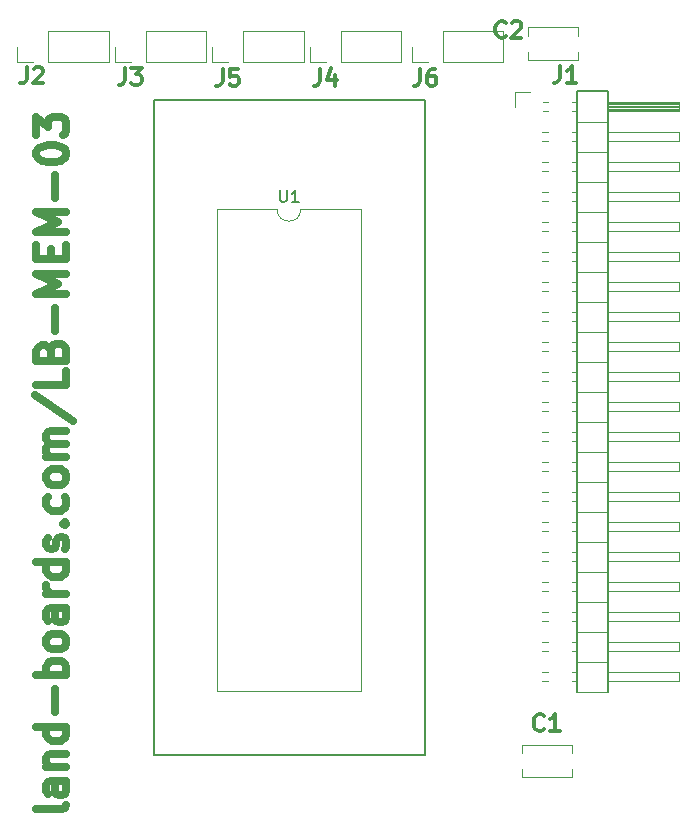
<source format=gto>
G04 #@! TF.GenerationSoftware,KiCad,Pcbnew,(7.0.0)*
G04 #@! TF.CreationDate,2024-08-20T14:45:54-04:00*
G04 #@! TF.ProjectId,LB-MEM-03,4c422d4d-454d-42d3-9033-2e6b69636164,1*
G04 #@! TF.SameCoordinates,Original*
G04 #@! TF.FileFunction,Legend,Top*
G04 #@! TF.FilePolarity,Positive*
%FSLAX46Y46*%
G04 Gerber Fmt 4.6, Leading zero omitted, Abs format (unit mm)*
G04 Created by KiCad (PCBNEW (7.0.0)) date 2024-08-20 14:45:54*
%MOMM*%
%LPD*%
G01*
G04 APERTURE LIST*
%ADD10C,0.635000*%
%ADD11C,0.349250*%
%ADD12C,0.150000*%
%ADD13C,0.120000*%
G04 APERTURE END LIST*
D10*
X138093147Y-113743617D02*
X137972195Y-113985522D01*
X137972195Y-113985522D02*
X137730290Y-114106475D01*
X137730290Y-114106475D02*
X135553147Y-114106475D01*
X138093147Y-111687427D02*
X136762671Y-111687427D01*
X136762671Y-111687427D02*
X136520766Y-111808380D01*
X136520766Y-111808380D02*
X136399814Y-112050284D01*
X136399814Y-112050284D02*
X136399814Y-112534094D01*
X136399814Y-112534094D02*
X136520766Y-112775999D01*
X137972195Y-111687427D02*
X138093147Y-111929332D01*
X138093147Y-111929332D02*
X138093147Y-112534094D01*
X138093147Y-112534094D02*
X137972195Y-112775999D01*
X137972195Y-112775999D02*
X137730290Y-112896951D01*
X137730290Y-112896951D02*
X137488385Y-112896951D01*
X137488385Y-112896951D02*
X137246480Y-112775999D01*
X137246480Y-112775999D02*
X137125528Y-112534094D01*
X137125528Y-112534094D02*
X137125528Y-111929332D01*
X137125528Y-111929332D02*
X137004576Y-111687427D01*
X136399814Y-110477904D02*
X138093147Y-110477904D01*
X136641719Y-110477904D02*
X136520766Y-110356951D01*
X136520766Y-110356951D02*
X136399814Y-110115046D01*
X136399814Y-110115046D02*
X136399814Y-109752189D01*
X136399814Y-109752189D02*
X136520766Y-109510285D01*
X136520766Y-109510285D02*
X136762671Y-109389332D01*
X136762671Y-109389332D02*
X138093147Y-109389332D01*
X138093147Y-107091237D02*
X135553147Y-107091237D01*
X137972195Y-107091237D02*
X138093147Y-107333142D01*
X138093147Y-107333142D02*
X138093147Y-107816951D01*
X138093147Y-107816951D02*
X137972195Y-108058856D01*
X137972195Y-108058856D02*
X137851242Y-108179809D01*
X137851242Y-108179809D02*
X137609338Y-108300761D01*
X137609338Y-108300761D02*
X136883623Y-108300761D01*
X136883623Y-108300761D02*
X136641719Y-108179809D01*
X136641719Y-108179809D02*
X136520766Y-108058856D01*
X136520766Y-108058856D02*
X136399814Y-107816951D01*
X136399814Y-107816951D02*
X136399814Y-107333142D01*
X136399814Y-107333142D02*
X136520766Y-107091237D01*
X137125528Y-105881714D02*
X137125528Y-103946476D01*
X138093147Y-102736952D02*
X135553147Y-102736952D01*
X136520766Y-102736952D02*
X136399814Y-102495047D01*
X136399814Y-102495047D02*
X136399814Y-102011237D01*
X136399814Y-102011237D02*
X136520766Y-101769333D01*
X136520766Y-101769333D02*
X136641719Y-101648380D01*
X136641719Y-101648380D02*
X136883623Y-101527428D01*
X136883623Y-101527428D02*
X137609338Y-101527428D01*
X137609338Y-101527428D02*
X137851242Y-101648380D01*
X137851242Y-101648380D02*
X137972195Y-101769333D01*
X137972195Y-101769333D02*
X138093147Y-102011237D01*
X138093147Y-102011237D02*
X138093147Y-102495047D01*
X138093147Y-102495047D02*
X137972195Y-102736952D01*
X138093147Y-100075999D02*
X137972195Y-100317904D01*
X137972195Y-100317904D02*
X137851242Y-100438857D01*
X137851242Y-100438857D02*
X137609338Y-100559809D01*
X137609338Y-100559809D02*
X136883623Y-100559809D01*
X136883623Y-100559809D02*
X136641719Y-100438857D01*
X136641719Y-100438857D02*
X136520766Y-100317904D01*
X136520766Y-100317904D02*
X136399814Y-100075999D01*
X136399814Y-100075999D02*
X136399814Y-99713142D01*
X136399814Y-99713142D02*
X136520766Y-99471238D01*
X136520766Y-99471238D02*
X136641719Y-99350285D01*
X136641719Y-99350285D02*
X136883623Y-99229333D01*
X136883623Y-99229333D02*
X137609338Y-99229333D01*
X137609338Y-99229333D02*
X137851242Y-99350285D01*
X137851242Y-99350285D02*
X137972195Y-99471238D01*
X137972195Y-99471238D02*
X138093147Y-99713142D01*
X138093147Y-99713142D02*
X138093147Y-100075999D01*
X138093147Y-97052190D02*
X136762671Y-97052190D01*
X136762671Y-97052190D02*
X136520766Y-97173143D01*
X136520766Y-97173143D02*
X136399814Y-97415047D01*
X136399814Y-97415047D02*
X136399814Y-97898857D01*
X136399814Y-97898857D02*
X136520766Y-98140762D01*
X137972195Y-97052190D02*
X138093147Y-97294095D01*
X138093147Y-97294095D02*
X138093147Y-97898857D01*
X138093147Y-97898857D02*
X137972195Y-98140762D01*
X137972195Y-98140762D02*
X137730290Y-98261714D01*
X137730290Y-98261714D02*
X137488385Y-98261714D01*
X137488385Y-98261714D02*
X137246480Y-98140762D01*
X137246480Y-98140762D02*
X137125528Y-97898857D01*
X137125528Y-97898857D02*
X137125528Y-97294095D01*
X137125528Y-97294095D02*
X137004576Y-97052190D01*
X138093147Y-95842667D02*
X136399814Y-95842667D01*
X136883623Y-95842667D02*
X136641719Y-95721714D01*
X136641719Y-95721714D02*
X136520766Y-95600762D01*
X136520766Y-95600762D02*
X136399814Y-95358857D01*
X136399814Y-95358857D02*
X136399814Y-95116952D01*
X138093147Y-93181714D02*
X135553147Y-93181714D01*
X137972195Y-93181714D02*
X138093147Y-93423619D01*
X138093147Y-93423619D02*
X138093147Y-93907428D01*
X138093147Y-93907428D02*
X137972195Y-94149333D01*
X137972195Y-94149333D02*
X137851242Y-94270286D01*
X137851242Y-94270286D02*
X137609338Y-94391238D01*
X137609338Y-94391238D02*
X136883623Y-94391238D01*
X136883623Y-94391238D02*
X136641719Y-94270286D01*
X136641719Y-94270286D02*
X136520766Y-94149333D01*
X136520766Y-94149333D02*
X136399814Y-93907428D01*
X136399814Y-93907428D02*
X136399814Y-93423619D01*
X136399814Y-93423619D02*
X136520766Y-93181714D01*
X137972195Y-92093143D02*
X138093147Y-91851238D01*
X138093147Y-91851238D02*
X138093147Y-91367429D01*
X138093147Y-91367429D02*
X137972195Y-91125524D01*
X137972195Y-91125524D02*
X137730290Y-91004572D01*
X137730290Y-91004572D02*
X137609338Y-91004572D01*
X137609338Y-91004572D02*
X137367433Y-91125524D01*
X137367433Y-91125524D02*
X137246480Y-91367429D01*
X137246480Y-91367429D02*
X137246480Y-91730286D01*
X137246480Y-91730286D02*
X137125528Y-91972191D01*
X137125528Y-91972191D02*
X136883623Y-92093143D01*
X136883623Y-92093143D02*
X136762671Y-92093143D01*
X136762671Y-92093143D02*
X136520766Y-91972191D01*
X136520766Y-91972191D02*
X136399814Y-91730286D01*
X136399814Y-91730286D02*
X136399814Y-91367429D01*
X136399814Y-91367429D02*
X136520766Y-91125524D01*
X137851242Y-89916001D02*
X137972195Y-89795048D01*
X137972195Y-89795048D02*
X138093147Y-89916001D01*
X138093147Y-89916001D02*
X137972195Y-90036953D01*
X137972195Y-90036953D02*
X137851242Y-89916001D01*
X137851242Y-89916001D02*
X138093147Y-89916001D01*
X137972195Y-87617905D02*
X138093147Y-87859810D01*
X138093147Y-87859810D02*
X138093147Y-88343619D01*
X138093147Y-88343619D02*
X137972195Y-88585524D01*
X137972195Y-88585524D02*
X137851242Y-88706477D01*
X137851242Y-88706477D02*
X137609338Y-88827429D01*
X137609338Y-88827429D02*
X136883623Y-88827429D01*
X136883623Y-88827429D02*
X136641719Y-88706477D01*
X136641719Y-88706477D02*
X136520766Y-88585524D01*
X136520766Y-88585524D02*
X136399814Y-88343619D01*
X136399814Y-88343619D02*
X136399814Y-87859810D01*
X136399814Y-87859810D02*
X136520766Y-87617905D01*
X138093147Y-86166476D02*
X137972195Y-86408381D01*
X137972195Y-86408381D02*
X137851242Y-86529334D01*
X137851242Y-86529334D02*
X137609338Y-86650286D01*
X137609338Y-86650286D02*
X136883623Y-86650286D01*
X136883623Y-86650286D02*
X136641719Y-86529334D01*
X136641719Y-86529334D02*
X136520766Y-86408381D01*
X136520766Y-86408381D02*
X136399814Y-86166476D01*
X136399814Y-86166476D02*
X136399814Y-85803619D01*
X136399814Y-85803619D02*
X136520766Y-85561715D01*
X136520766Y-85561715D02*
X136641719Y-85440762D01*
X136641719Y-85440762D02*
X136883623Y-85319810D01*
X136883623Y-85319810D02*
X137609338Y-85319810D01*
X137609338Y-85319810D02*
X137851242Y-85440762D01*
X137851242Y-85440762D02*
X137972195Y-85561715D01*
X137972195Y-85561715D02*
X138093147Y-85803619D01*
X138093147Y-85803619D02*
X138093147Y-86166476D01*
X138093147Y-84231239D02*
X136399814Y-84231239D01*
X136641719Y-84231239D02*
X136520766Y-84110286D01*
X136520766Y-84110286D02*
X136399814Y-83868381D01*
X136399814Y-83868381D02*
X136399814Y-83505524D01*
X136399814Y-83505524D02*
X136520766Y-83263620D01*
X136520766Y-83263620D02*
X136762671Y-83142667D01*
X136762671Y-83142667D02*
X138093147Y-83142667D01*
X136762671Y-83142667D02*
X136520766Y-83021715D01*
X136520766Y-83021715D02*
X136399814Y-82779810D01*
X136399814Y-82779810D02*
X136399814Y-82416953D01*
X136399814Y-82416953D02*
X136520766Y-82175048D01*
X136520766Y-82175048D02*
X136762671Y-82054096D01*
X136762671Y-82054096D02*
X138093147Y-82054096D01*
X135432195Y-79030286D02*
X138697909Y-81207429D01*
X138093147Y-76974096D02*
X138093147Y-78183620D01*
X138093147Y-78183620D02*
X135553147Y-78183620D01*
X136762671Y-75280763D02*
X136883623Y-74917906D01*
X136883623Y-74917906D02*
X137004576Y-74796953D01*
X137004576Y-74796953D02*
X137246480Y-74676001D01*
X137246480Y-74676001D02*
X137609338Y-74676001D01*
X137609338Y-74676001D02*
X137851242Y-74796953D01*
X137851242Y-74796953D02*
X137972195Y-74917906D01*
X137972195Y-74917906D02*
X138093147Y-75159811D01*
X138093147Y-75159811D02*
X138093147Y-76127430D01*
X138093147Y-76127430D02*
X135553147Y-76127430D01*
X135553147Y-76127430D02*
X135553147Y-75280763D01*
X135553147Y-75280763D02*
X135674100Y-75038858D01*
X135674100Y-75038858D02*
X135795052Y-74917906D01*
X135795052Y-74917906D02*
X136036957Y-74796953D01*
X136036957Y-74796953D02*
X136278861Y-74796953D01*
X136278861Y-74796953D02*
X136520766Y-74917906D01*
X136520766Y-74917906D02*
X136641719Y-75038858D01*
X136641719Y-75038858D02*
X136762671Y-75280763D01*
X136762671Y-75280763D02*
X136762671Y-76127430D01*
X137125528Y-73587430D02*
X137125528Y-71652192D01*
X138093147Y-70442668D02*
X135553147Y-70442668D01*
X135553147Y-70442668D02*
X137367433Y-69596001D01*
X137367433Y-69596001D02*
X135553147Y-68749334D01*
X135553147Y-68749334D02*
X138093147Y-68749334D01*
X136762671Y-67539811D02*
X136762671Y-66693144D01*
X138093147Y-66330287D02*
X138093147Y-67539811D01*
X138093147Y-67539811D02*
X135553147Y-67539811D01*
X135553147Y-67539811D02*
X135553147Y-66330287D01*
X138093147Y-65241716D02*
X135553147Y-65241716D01*
X135553147Y-65241716D02*
X137367433Y-64395049D01*
X137367433Y-64395049D02*
X135553147Y-63548382D01*
X135553147Y-63548382D02*
X138093147Y-63548382D01*
X137125528Y-62338859D02*
X137125528Y-60403621D01*
X135553147Y-58710287D02*
X135553147Y-58468382D01*
X135553147Y-58468382D02*
X135674100Y-58226478D01*
X135674100Y-58226478D02*
X135795052Y-58105525D01*
X135795052Y-58105525D02*
X136036957Y-57984573D01*
X136036957Y-57984573D02*
X136520766Y-57863620D01*
X136520766Y-57863620D02*
X137125528Y-57863620D01*
X137125528Y-57863620D02*
X137609338Y-57984573D01*
X137609338Y-57984573D02*
X137851242Y-58105525D01*
X137851242Y-58105525D02*
X137972195Y-58226478D01*
X137972195Y-58226478D02*
X138093147Y-58468382D01*
X138093147Y-58468382D02*
X138093147Y-58710287D01*
X138093147Y-58710287D02*
X137972195Y-58952192D01*
X137972195Y-58952192D02*
X137851242Y-59073144D01*
X137851242Y-59073144D02*
X137609338Y-59194097D01*
X137609338Y-59194097D02*
X137125528Y-59315049D01*
X137125528Y-59315049D02*
X136520766Y-59315049D01*
X136520766Y-59315049D02*
X136036957Y-59194097D01*
X136036957Y-59194097D02*
X135795052Y-59073144D01*
X135795052Y-59073144D02*
X135674100Y-58952192D01*
X135674100Y-58952192D02*
X135553147Y-58710287D01*
X135553147Y-57016953D02*
X135553147Y-55444572D01*
X135553147Y-55444572D02*
X136520766Y-56291239D01*
X136520766Y-56291239D02*
X136520766Y-55928382D01*
X136520766Y-55928382D02*
X136641719Y-55686477D01*
X136641719Y-55686477D02*
X136762671Y-55565525D01*
X136762671Y-55565525D02*
X137004576Y-55444572D01*
X137004576Y-55444572D02*
X137609338Y-55444572D01*
X137609338Y-55444572D02*
X137851242Y-55565525D01*
X137851242Y-55565525D02*
X137972195Y-55686477D01*
X137972195Y-55686477D02*
X138093147Y-55928382D01*
X138093147Y-55928382D02*
X138093147Y-56654096D01*
X138093147Y-56654096D02*
X137972195Y-56896001D01*
X137972195Y-56896001D02*
X137851242Y-57016953D01*
D11*
X179874333Y-51186231D02*
X179874333Y-52184088D01*
X179874333Y-52184088D02*
X179807810Y-52383659D01*
X179807810Y-52383659D02*
X179674762Y-52516707D01*
X179674762Y-52516707D02*
X179475191Y-52583231D01*
X179475191Y-52583231D02*
X179342143Y-52583231D01*
X181271333Y-52583231D02*
X180473048Y-52583231D01*
X180872191Y-52583231D02*
X180872191Y-51186231D01*
X180872191Y-51186231D02*
X180739143Y-51385802D01*
X180739143Y-51385802D02*
X180606095Y-51518850D01*
X180606095Y-51518850D02*
X180473048Y-51585374D01*
D12*
X156180095Y-61675380D02*
X156180095Y-62484904D01*
X156180095Y-62484904D02*
X156227714Y-62580142D01*
X156227714Y-62580142D02*
X156275333Y-62627761D01*
X156275333Y-62627761D02*
X156370571Y-62675380D01*
X156370571Y-62675380D02*
X156561047Y-62675380D01*
X156561047Y-62675380D02*
X156656285Y-62627761D01*
X156656285Y-62627761D02*
X156703904Y-62580142D01*
X156703904Y-62580142D02*
X156751523Y-62484904D01*
X156751523Y-62484904D02*
X156751523Y-61675380D01*
X157751523Y-62675380D02*
X157180095Y-62675380D01*
X157465809Y-62675380D02*
X157465809Y-61675380D01*
X157465809Y-61675380D02*
X157370571Y-61818238D01*
X157370571Y-61818238D02*
X157275333Y-61913476D01*
X157275333Y-61913476D02*
X157180095Y-61961095D01*
D11*
X159569333Y-51440231D02*
X159569333Y-52438088D01*
X159569333Y-52438088D02*
X159502810Y-52637659D01*
X159502810Y-52637659D02*
X159369762Y-52770707D01*
X159369762Y-52770707D02*
X159170191Y-52837231D01*
X159170191Y-52837231D02*
X159037143Y-52837231D01*
X160833286Y-51905897D02*
X160833286Y-52837231D01*
X160500667Y-51373707D02*
X160168048Y-52371564D01*
X160168048Y-52371564D02*
X161032857Y-52371564D01*
X151314333Y-51440231D02*
X151314333Y-52438088D01*
X151314333Y-52438088D02*
X151247810Y-52637659D01*
X151247810Y-52637659D02*
X151114762Y-52770707D01*
X151114762Y-52770707D02*
X150915191Y-52837231D01*
X150915191Y-52837231D02*
X150782143Y-52837231D01*
X152644810Y-51440231D02*
X151979572Y-51440231D01*
X151979572Y-51440231D02*
X151913048Y-52105469D01*
X151913048Y-52105469D02*
X151979572Y-52038945D01*
X151979572Y-52038945D02*
X152112619Y-51972421D01*
X152112619Y-51972421D02*
X152445238Y-51972421D01*
X152445238Y-51972421D02*
X152578286Y-52038945D01*
X152578286Y-52038945D02*
X152644810Y-52105469D01*
X152644810Y-52105469D02*
X152711333Y-52238516D01*
X152711333Y-52238516D02*
X152711333Y-52571135D01*
X152711333Y-52571135D02*
X152644810Y-52704183D01*
X152644810Y-52704183D02*
X152578286Y-52770707D01*
X152578286Y-52770707D02*
X152445238Y-52837231D01*
X152445238Y-52837231D02*
X152112619Y-52837231D01*
X152112619Y-52837231D02*
X151979572Y-52770707D01*
X151979572Y-52770707D02*
X151913048Y-52704183D01*
X178517166Y-107332183D02*
X178450642Y-107398707D01*
X178450642Y-107398707D02*
X178251071Y-107465231D01*
X178251071Y-107465231D02*
X178118023Y-107465231D01*
X178118023Y-107465231D02*
X177918452Y-107398707D01*
X177918452Y-107398707D02*
X177785404Y-107265659D01*
X177785404Y-107265659D02*
X177718881Y-107132612D01*
X177718881Y-107132612D02*
X177652357Y-106866516D01*
X177652357Y-106866516D02*
X177652357Y-106666945D01*
X177652357Y-106666945D02*
X177718881Y-106400850D01*
X177718881Y-106400850D02*
X177785404Y-106267802D01*
X177785404Y-106267802D02*
X177918452Y-106134755D01*
X177918452Y-106134755D02*
X178118023Y-106068231D01*
X178118023Y-106068231D02*
X178251071Y-106068231D01*
X178251071Y-106068231D02*
X178450642Y-106134755D01*
X178450642Y-106134755D02*
X178517166Y-106201278D01*
X179847642Y-107465231D02*
X179049357Y-107465231D01*
X179448500Y-107465231D02*
X179448500Y-106068231D01*
X179448500Y-106068231D02*
X179315452Y-106267802D01*
X179315452Y-106267802D02*
X179182404Y-106400850D01*
X179182404Y-106400850D02*
X179049357Y-106467374D01*
X143059333Y-51346231D02*
X143059333Y-52344088D01*
X143059333Y-52344088D02*
X142992810Y-52543659D01*
X142992810Y-52543659D02*
X142859762Y-52676707D01*
X142859762Y-52676707D02*
X142660191Y-52743231D01*
X142660191Y-52743231D02*
X142527143Y-52743231D01*
X143591524Y-51346231D02*
X144456333Y-51346231D01*
X144456333Y-51346231D02*
X143990667Y-51878421D01*
X143990667Y-51878421D02*
X144190238Y-51878421D01*
X144190238Y-51878421D02*
X144323286Y-51944945D01*
X144323286Y-51944945D02*
X144389810Y-52011469D01*
X144389810Y-52011469D02*
X144456333Y-52144516D01*
X144456333Y-52144516D02*
X144456333Y-52477135D01*
X144456333Y-52477135D02*
X144389810Y-52610183D01*
X144389810Y-52610183D02*
X144323286Y-52676707D01*
X144323286Y-52676707D02*
X144190238Y-52743231D01*
X144190238Y-52743231D02*
X143791095Y-52743231D01*
X143791095Y-52743231D02*
X143658048Y-52676707D01*
X143658048Y-52676707D02*
X143591524Y-52610183D01*
X175281166Y-48640183D02*
X175214642Y-48706707D01*
X175214642Y-48706707D02*
X175015071Y-48773231D01*
X175015071Y-48773231D02*
X174882023Y-48773231D01*
X174882023Y-48773231D02*
X174682452Y-48706707D01*
X174682452Y-48706707D02*
X174549404Y-48573659D01*
X174549404Y-48573659D02*
X174482881Y-48440612D01*
X174482881Y-48440612D02*
X174416357Y-48174516D01*
X174416357Y-48174516D02*
X174416357Y-47974945D01*
X174416357Y-47974945D02*
X174482881Y-47708850D01*
X174482881Y-47708850D02*
X174549404Y-47575802D01*
X174549404Y-47575802D02*
X174682452Y-47442755D01*
X174682452Y-47442755D02*
X174882023Y-47376231D01*
X174882023Y-47376231D02*
X175015071Y-47376231D01*
X175015071Y-47376231D02*
X175214642Y-47442755D01*
X175214642Y-47442755D02*
X175281166Y-47509278D01*
X175813357Y-47509278D02*
X175879881Y-47442755D01*
X175879881Y-47442755D02*
X176012928Y-47376231D01*
X176012928Y-47376231D02*
X176345547Y-47376231D01*
X176345547Y-47376231D02*
X176478595Y-47442755D01*
X176478595Y-47442755D02*
X176545119Y-47509278D01*
X176545119Y-47509278D02*
X176611642Y-47642326D01*
X176611642Y-47642326D02*
X176611642Y-47775374D01*
X176611642Y-47775374D02*
X176545119Y-47974945D01*
X176545119Y-47974945D02*
X175746833Y-48773231D01*
X175746833Y-48773231D02*
X176611642Y-48773231D01*
X168034333Y-51440231D02*
X168034333Y-52438088D01*
X168034333Y-52438088D02*
X167967810Y-52637659D01*
X167967810Y-52637659D02*
X167834762Y-52770707D01*
X167834762Y-52770707D02*
X167635191Y-52837231D01*
X167635191Y-52837231D02*
X167502143Y-52837231D01*
X169298286Y-51440231D02*
X169032191Y-51440231D01*
X169032191Y-51440231D02*
X168899143Y-51506755D01*
X168899143Y-51506755D02*
X168832619Y-51573278D01*
X168832619Y-51573278D02*
X168699572Y-51772850D01*
X168699572Y-51772850D02*
X168633048Y-52038945D01*
X168633048Y-52038945D02*
X168633048Y-52571135D01*
X168633048Y-52571135D02*
X168699572Y-52704183D01*
X168699572Y-52704183D02*
X168766095Y-52770707D01*
X168766095Y-52770707D02*
X168899143Y-52837231D01*
X168899143Y-52837231D02*
X169165238Y-52837231D01*
X169165238Y-52837231D02*
X169298286Y-52770707D01*
X169298286Y-52770707D02*
X169364810Y-52704183D01*
X169364810Y-52704183D02*
X169431333Y-52571135D01*
X169431333Y-52571135D02*
X169431333Y-52238516D01*
X169431333Y-52238516D02*
X169364810Y-52105469D01*
X169364810Y-52105469D02*
X169298286Y-52038945D01*
X169298286Y-52038945D02*
X169165238Y-51972421D01*
X169165238Y-51972421D02*
X168899143Y-51972421D01*
X168899143Y-51972421D02*
X168766095Y-52038945D01*
X168766095Y-52038945D02*
X168699572Y-52105469D01*
X168699572Y-52105469D02*
X168633048Y-52238516D01*
X134734333Y-51246231D02*
X134734333Y-52244088D01*
X134734333Y-52244088D02*
X134667810Y-52443659D01*
X134667810Y-52443659D02*
X134534762Y-52576707D01*
X134534762Y-52576707D02*
X134335191Y-52643231D01*
X134335191Y-52643231D02*
X134202143Y-52643231D01*
X135333048Y-51379278D02*
X135399572Y-51312755D01*
X135399572Y-51312755D02*
X135532619Y-51246231D01*
X135532619Y-51246231D02*
X135865238Y-51246231D01*
X135865238Y-51246231D02*
X135998286Y-51312755D01*
X135998286Y-51312755D02*
X136064810Y-51379278D01*
X136064810Y-51379278D02*
X136131333Y-51512326D01*
X136131333Y-51512326D02*
X136131333Y-51645374D01*
X136131333Y-51645374D02*
X136064810Y-51844945D01*
X136064810Y-51844945D02*
X135266524Y-52643231D01*
X135266524Y-52643231D02*
X136131333Y-52643231D01*
D13*
X180932929Y-93095000D02*
X181330000Y-93095000D01*
X189990000Y-85475000D02*
X183990000Y-85475000D01*
X180932929Y-79635000D02*
X181330000Y-79635000D01*
X178392929Y-77855000D02*
X178847071Y-77855000D01*
X178392929Y-94875000D02*
X178847071Y-94875000D01*
X178392929Y-69475000D02*
X178847071Y-69475000D01*
X183990000Y-97415000D02*
X189990000Y-97415000D01*
X183990000Y-53285000D02*
X181330000Y-53285000D01*
X183990000Y-54295000D02*
X189990000Y-54295000D01*
X178392929Y-82175000D02*
X178847071Y-82175000D01*
X180932929Y-77095000D02*
X181330000Y-77095000D01*
X178392929Y-56775000D02*
X178847071Y-56775000D01*
X181330000Y-71125000D02*
X183990000Y-71125000D01*
X180932929Y-66935000D02*
X181330000Y-66935000D01*
X183990000Y-87255000D02*
X189990000Y-87255000D01*
X178392929Y-62615000D02*
X178847071Y-62615000D01*
X183990000Y-77095000D02*
X189990000Y-77095000D01*
X189990000Y-102495000D02*
X189990000Y-103255000D01*
X178392929Y-61855000D02*
X178847071Y-61855000D01*
X178392929Y-60075000D02*
X178847071Y-60075000D01*
X181330000Y-63505000D02*
X183990000Y-63505000D01*
X189990000Y-97415000D02*
X189990000Y-98175000D01*
X189990000Y-100715000D02*
X183990000Y-100715000D01*
X181330000Y-78745000D02*
X183990000Y-78745000D01*
X189990000Y-82175000D02*
X189990000Y-82935000D01*
X178392929Y-90555000D02*
X178847071Y-90555000D01*
X180932929Y-69475000D02*
X181330000Y-69475000D01*
X178392929Y-92335000D02*
X178847071Y-92335000D01*
X189990000Y-72775000D02*
X183990000Y-72775000D01*
X181330000Y-104145000D02*
X183990000Y-104145000D01*
X180932929Y-94875000D02*
X181330000Y-94875000D01*
X180932929Y-102495000D02*
X181330000Y-102495000D01*
X181330000Y-93985000D02*
X183990000Y-93985000D01*
X183990000Y-64395000D02*
X189990000Y-64395000D01*
X178392929Y-87255000D02*
X178847071Y-87255000D01*
X178392929Y-84715000D02*
X178847071Y-84715000D01*
X180932929Y-100715000D02*
X181330000Y-100715000D01*
X189990000Y-87255000D02*
X189990000Y-88015000D01*
X189990000Y-94875000D02*
X189990000Y-95635000D01*
X181330000Y-55885000D02*
X183990000Y-55885000D01*
X178392929Y-59315000D02*
X178847071Y-59315000D01*
X189990000Y-54995000D02*
X183990000Y-54995000D01*
X183990000Y-54895000D02*
X189990000Y-54895000D01*
X189990000Y-56775000D02*
X189990000Y-57535000D01*
X183990000Y-84715000D02*
X189990000Y-84715000D01*
X183990000Y-89795000D02*
X189990000Y-89795000D01*
X180932929Y-57535000D02*
X181330000Y-57535000D01*
X181330000Y-66045000D02*
X183990000Y-66045000D01*
X178392929Y-72775000D02*
X178847071Y-72775000D01*
X178392929Y-74555000D02*
X178847071Y-74555000D01*
X183990000Y-79635000D02*
X189990000Y-79635000D01*
X180932929Y-99955000D02*
X181330000Y-99955000D01*
X189990000Y-64395000D02*
X189990000Y-65155000D01*
X178392929Y-79635000D02*
X178847071Y-79635000D01*
X180932929Y-65155000D02*
X181330000Y-65155000D01*
X180932929Y-59315000D02*
X181330000Y-59315000D01*
X183990000Y-66935000D02*
X189990000Y-66935000D01*
X189990000Y-98175000D02*
X183990000Y-98175000D01*
X180932929Y-74555000D02*
X181330000Y-74555000D01*
X180932929Y-62615000D02*
X181330000Y-62615000D01*
X183990000Y-82175000D02*
X189990000Y-82175000D01*
X189990000Y-72015000D02*
X189990000Y-72775000D01*
X181330000Y-91445000D02*
X183990000Y-91445000D01*
X178392929Y-103255000D02*
X178847071Y-103255000D01*
X178392929Y-88015000D02*
X178847071Y-88015000D01*
X180932929Y-82935000D02*
X181330000Y-82935000D01*
X189990000Y-65155000D02*
X183990000Y-65155000D01*
X189990000Y-62615000D02*
X183990000Y-62615000D01*
D12*
X181330000Y-53285000D02*
X183990000Y-53285000D01*
D13*
X178392929Y-67695000D02*
X178847071Y-67695000D01*
X180932929Y-98175000D02*
X181330000Y-98175000D01*
X183990000Y-72015000D02*
X189990000Y-72015000D01*
X180932929Y-87255000D02*
X181330000Y-87255000D01*
X189990000Y-89795000D02*
X189990000Y-90555000D01*
X178392929Y-70235000D02*
X178847071Y-70235000D01*
X189990000Y-54235000D02*
X189990000Y-54995000D01*
X180932929Y-103255000D02*
X181330000Y-103255000D01*
X181330000Y-86365000D02*
X183990000Y-86365000D01*
X180932929Y-88015000D02*
X181330000Y-88015000D01*
X181330000Y-99065000D02*
X183990000Y-99065000D01*
X180932929Y-90555000D02*
X181330000Y-90555000D01*
X189990000Y-75315000D02*
X183990000Y-75315000D01*
X189990000Y-103255000D02*
X183990000Y-103255000D01*
X183990000Y-92335000D02*
X189990000Y-92335000D01*
X189990000Y-57535000D02*
X183990000Y-57535000D01*
X180932929Y-75315000D02*
X181330000Y-75315000D01*
X178392929Y-65155000D02*
X178847071Y-65155000D01*
X181330000Y-58425000D02*
X183990000Y-58425000D01*
X189990000Y-60075000D02*
X183990000Y-60075000D01*
X183990000Y-54415000D02*
X189990000Y-54415000D01*
X189990000Y-74555000D02*
X189990000Y-75315000D01*
X189990000Y-82935000D02*
X183990000Y-82935000D01*
X178392929Y-100715000D02*
X178847071Y-100715000D01*
X180932929Y-84715000D02*
X181330000Y-84715000D01*
X178392929Y-72015000D02*
X178847071Y-72015000D01*
X183990000Y-54655000D02*
X189990000Y-54655000D01*
X189990000Y-77855000D02*
X183990000Y-77855000D01*
X183990000Y-54775000D02*
X189990000Y-54775000D01*
X183990000Y-99955000D02*
X189990000Y-99955000D01*
D12*
X181330000Y-104145000D02*
X181330000Y-53285000D01*
D13*
X178392929Y-95635000D02*
X178847071Y-95635000D01*
X189990000Y-77095000D02*
X189990000Y-77855000D01*
X178392929Y-66935000D02*
X178847071Y-66935000D01*
X180932929Y-95635000D02*
X181330000Y-95635000D01*
X181330000Y-60965000D02*
X183990000Y-60965000D01*
X180932929Y-85475000D02*
X181330000Y-85475000D01*
X181330000Y-83825000D02*
X183990000Y-83825000D01*
X180932929Y-72015000D02*
X181330000Y-72015000D01*
X183990000Y-54535000D02*
X189990000Y-54535000D01*
X178392929Y-77095000D02*
X178847071Y-77095000D01*
X183990000Y-61855000D02*
X189990000Y-61855000D01*
X180932929Y-97415000D02*
X181330000Y-97415000D01*
X189990000Y-79635000D02*
X189990000Y-80395000D01*
X180932929Y-54995000D02*
X181330000Y-54995000D01*
X180932929Y-89795000D02*
X181330000Y-89795000D01*
X178460000Y-54995000D02*
X178847071Y-54995000D01*
X189990000Y-67695000D02*
X183990000Y-67695000D01*
X189990000Y-59315000D02*
X189990000Y-60075000D01*
X180932929Y-80395000D02*
X181330000Y-80395000D01*
X189990000Y-84715000D02*
X189990000Y-85475000D01*
X180932929Y-72775000D02*
X181330000Y-72775000D01*
X176080000Y-54615000D02*
X176080000Y-53345000D01*
X180932929Y-61855000D02*
X181330000Y-61855000D01*
X183990000Y-54235000D02*
X189990000Y-54235000D01*
X183990000Y-59315000D02*
X189990000Y-59315000D01*
X181330000Y-76205000D02*
X183990000Y-76205000D01*
X178392929Y-93095000D02*
X178847071Y-93095000D01*
X176080000Y-53345000D02*
X177350000Y-53345000D01*
X181330000Y-101605000D02*
X183990000Y-101605000D01*
X178392929Y-98175000D02*
X178847071Y-98175000D01*
X178392929Y-75315000D02*
X178847071Y-75315000D01*
X180932929Y-92335000D02*
X181330000Y-92335000D01*
X183990000Y-69475000D02*
X189990000Y-69475000D01*
X180932929Y-77855000D02*
X181330000Y-77855000D01*
X181330000Y-68585000D02*
X183990000Y-68585000D01*
X180932929Y-64395000D02*
X181330000Y-64395000D01*
X178392929Y-97415000D02*
X178847071Y-97415000D01*
X178392929Y-82935000D02*
X178847071Y-82935000D01*
X178392929Y-89795000D02*
X178847071Y-89795000D01*
X178392929Y-80395000D02*
X178847071Y-80395000D01*
X189990000Y-90555000D02*
X183990000Y-90555000D01*
X180932929Y-60075000D02*
X181330000Y-60075000D01*
X189990000Y-61855000D02*
X189990000Y-62615000D01*
X183990000Y-102495000D02*
X189990000Y-102495000D01*
X189990000Y-95635000D02*
X183990000Y-95635000D01*
X178392929Y-57535000D02*
X178847071Y-57535000D01*
X189990000Y-88015000D02*
X183990000Y-88015000D01*
X180932929Y-56775000D02*
X181330000Y-56775000D01*
X178392929Y-102495000D02*
X178847071Y-102495000D01*
D12*
X183990000Y-53285000D02*
X183990000Y-104145000D01*
D13*
X189990000Y-80395000D02*
X183990000Y-80395000D01*
X183990000Y-56775000D02*
X189990000Y-56775000D01*
X180932929Y-82175000D02*
X181330000Y-82175000D01*
X189990000Y-99955000D02*
X189990000Y-100715000D01*
X178460000Y-54235000D02*
X178847071Y-54235000D01*
X189990000Y-70235000D02*
X183990000Y-70235000D01*
X189990000Y-93095000D02*
X183990000Y-93095000D01*
X180932929Y-67695000D02*
X181330000Y-67695000D01*
X181330000Y-73665000D02*
X183990000Y-73665000D01*
X189990000Y-92335000D02*
X189990000Y-93095000D01*
X183990000Y-74555000D02*
X189990000Y-74555000D01*
X180932929Y-54235000D02*
X181330000Y-54235000D01*
X189990000Y-69475000D02*
X189990000Y-70235000D01*
X181330000Y-88905000D02*
X183990000Y-88905000D01*
X178392929Y-85475000D02*
X178847071Y-85475000D01*
X178392929Y-64395000D02*
X178847071Y-64395000D01*
X189990000Y-66935000D02*
X189990000Y-67695000D01*
X178392929Y-99955000D02*
X178847071Y-99955000D01*
X181330000Y-81285000D02*
X183990000Y-81285000D01*
X183990000Y-94875000D02*
X189990000Y-94875000D01*
X181330000Y-96525000D02*
X183990000Y-96525000D01*
X180932929Y-70235000D02*
X181330000Y-70235000D01*
X155942000Y-63308000D02*
X150882000Y-63308000D01*
X150882000Y-63308000D02*
X150882000Y-104068000D01*
X163002000Y-104068000D02*
X163002000Y-63308000D01*
X163002000Y-63308000D02*
X157942000Y-63308000D01*
X150882000Y-104068000D02*
X163002000Y-104068000D01*
D12*
X145522000Y-54038000D02*
X168422000Y-54038000D01*
X168422000Y-54038000D02*
X168422000Y-109538000D01*
X168422000Y-109538000D02*
X145522000Y-109538000D01*
X145522000Y-109538000D02*
X145522000Y-54038000D01*
D13*
X155942000Y-63308000D02*
G75*
G03*
X157942000Y-63308000I1000000J0D01*
G01*
X166445000Y-50860000D02*
X166445000Y-48200000D01*
X161305000Y-50860000D02*
X161305000Y-48200000D01*
X160035000Y-50860000D02*
X158705000Y-50860000D01*
X161305000Y-48200000D02*
X166445000Y-48200000D01*
X158705000Y-50860000D02*
X158705000Y-49530000D01*
X161305000Y-50860000D02*
X166445000Y-50860000D01*
X158190000Y-50860000D02*
X158190000Y-48200000D01*
X151780000Y-50860000D02*
X150450000Y-50860000D01*
X153050000Y-48200000D02*
X158190000Y-48200000D01*
X153050000Y-50860000D02*
X158190000Y-50860000D01*
X150450000Y-50860000D02*
X150450000Y-49530000D01*
X153050000Y-50860000D02*
X153050000Y-48200000D01*
X180870000Y-111370000D02*
X176630000Y-111370000D01*
X176630000Y-109335000D02*
X176630000Y-108630000D01*
X176630000Y-111370000D02*
X176630000Y-110665000D01*
X180870000Y-108630000D02*
X176630000Y-108630000D01*
X180870000Y-109335000D02*
X180870000Y-108630000D01*
X180870000Y-111370000D02*
X180870000Y-110665000D01*
X143525000Y-50860000D02*
X142195000Y-50860000D01*
X142195000Y-50860000D02*
X142195000Y-49530000D01*
X144795000Y-50860000D02*
X149935000Y-50860000D01*
X149935000Y-50860000D02*
X149935000Y-48200000D01*
X144795000Y-48200000D02*
X149935000Y-48200000D01*
X144795000Y-50860000D02*
X144795000Y-48200000D01*
X181444000Y-47906000D02*
X177204000Y-47906000D01*
X181444000Y-48611000D02*
X181444000Y-47906000D01*
X177204000Y-48611000D02*
X177204000Y-47906000D01*
X181444000Y-50646000D02*
X181444000Y-49941000D01*
X177204000Y-50646000D02*
X177204000Y-49941000D01*
X181444000Y-50646000D02*
X177204000Y-50646000D01*
X175081000Y-50860000D02*
X175081000Y-48200000D01*
X169941000Y-50860000D02*
X175081000Y-50860000D01*
X169941000Y-50860000D02*
X169941000Y-48200000D01*
X167341000Y-50860000D02*
X167341000Y-49530000D01*
X169941000Y-48200000D02*
X175081000Y-48200000D01*
X168671000Y-50860000D02*
X167341000Y-50860000D01*
X133940000Y-50860000D02*
X133940000Y-49530000D01*
X136540000Y-50860000D02*
X141680000Y-50860000D01*
X136540000Y-48200000D02*
X141680000Y-48200000D01*
X136540000Y-50860000D02*
X136540000Y-48200000D01*
X141680000Y-50860000D02*
X141680000Y-48200000D01*
X135270000Y-50860000D02*
X133940000Y-50860000D01*
M02*

</source>
